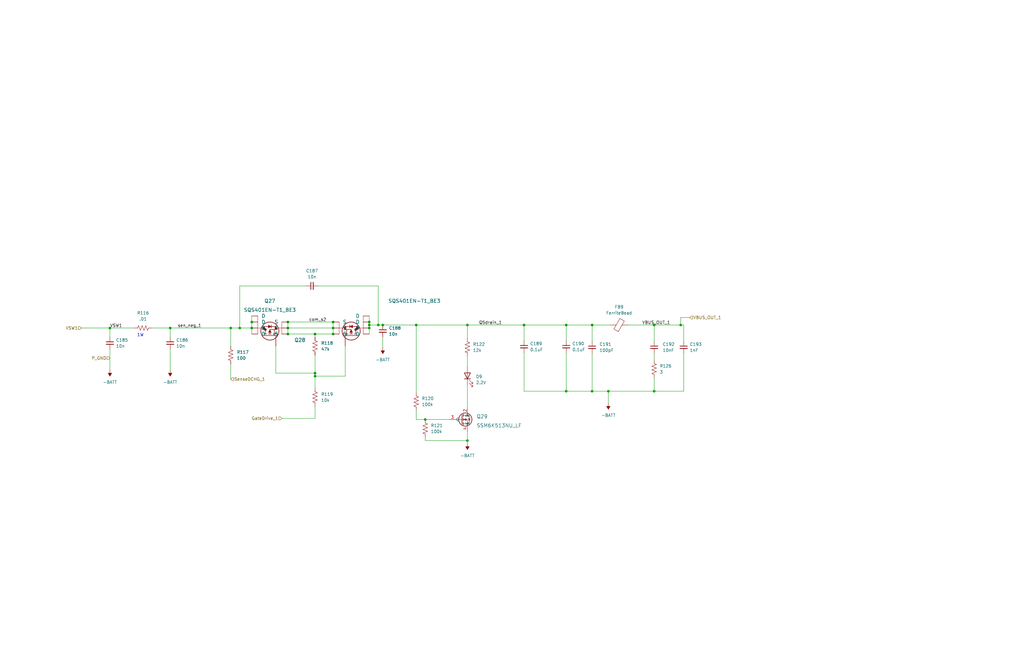
<source format=kicad_sch>
(kicad_sch (version 20230121) (generator eeschema)
  (paper "B")
  (lib_symbols
    (symbol "Device:C_Small" (pin_numbers hide) (pin_names (offset 0.254) hide)
      (property "Reference" "C" (at 0.254 1.778 0))
      (property "Value" "C_Small" (at 0.254 -2.032 0))
      (symbol "C_Small_0_1"
        (polyline (pts (xy -1.524 -0.508) (xy 1.524 -0.508)) (stroke (width 0.3302)))
        (polyline (pts (xy -1.524 0.508) (xy 1.524 0.508)) (stroke (width 0.3048)))
      )
      (symbol "C_Small_1_1"
        (pin passive line (at 0 2.54 270) (length 2.032) (name "~") (number "1"))
        (pin passive line (at 0 -2.54 90) (length 2.032) (name "~") (number "2"))
      )
    )
    (symbol "Device:FerriteBead" (pin_numbers hide) (pin_names (offset 0))
      (property "Reference" "FB" (at -3.81 0.635 90))
      (property "Value" "FerriteBead" (at 3.81 0 90))
      (symbol "FerriteBead_0_1"
        (polyline (pts (xy 0 -1.27) (xy 0 -1.2192)))
        (polyline (pts (xy 0 1.27) (xy 0 1.2954)))
        (polyline (pts (xy -2.7686 0.4064) (xy -1.7018 2.2606) (xy 2.7686 -0.3048) (xy 1.6764 -2.159) (xy -2.7686 0.4064)))
      )
      (symbol "FerriteBead_1_1"
        (pin passive line (at 0 3.81 270) (length 2.54) (name "~") (number "1"))
        (pin passive line (at 0 -3.81 90) (length 2.54) (name "~") (number "2"))
      )
    )
    (symbol "Device:LED" (pin_numbers hide) (pin_names (offset 1.016) hide)
      (property "Reference" "D" (at 0 2.54 0))
      (property "Value" "LED" (at 0 -2.54 0))
      (symbol "LED_0_1"
        (polyline (pts (xy -1.27 -1.27) (xy -1.27 1.27)) (stroke (width 0.254)))
        (polyline (pts (xy -1.27 0) (xy 1.27 0)))
        (polyline (pts (xy 1.27 -1.27) (xy 1.27 1.27) (xy -1.27 0) (xy 1.27 -1.27)) (stroke (width 0.254)))
        (polyline (pts (xy -3.048 -0.762) (xy -4.572 -2.286) (xy -3.81 -2.286) (xy -4.572 -2.286) (xy -4.572 -1.524)))
        (polyline (pts (xy -1.778 -0.762) (xy -3.302 -2.286) (xy -2.54 -2.286) (xy -3.302 -2.286) (xy -3.302 -1.524)))
      )
      (symbol "LED_1_1"
        (pin passive line (at -3.81 0 0) (length 2.54) (name "K") (number "1"))
        (pin passive line (at 3.81 0 180) (length 2.54) (name "A") (number "2"))
      )
    )
    (symbol "Device:R_US" (pin_numbers hide) (pin_names (offset 0))
      (property "Reference" "R" (at 2.54 0 90))
      (property "Value" "R_US" (at -2.54 0 90))
      (symbol "R_US_0_1"
        (polyline (pts (xy 0 -2.286) (xy 0 -2.54)))
        (polyline (pts (xy 0 2.286) (xy 0 2.54)))
        (polyline (pts (xy 0 -0.762) (xy 1.016 -1.143) (xy 0 -1.524) (xy -1.016 -1.905) (xy 0 -2.286)))
        (polyline (pts (xy 0 0.762) (xy 1.016 0.381) (xy 0 0) (xy -1.016 -0.381) (xy 0 -0.762)))
        (polyline (pts (xy 0 2.286) (xy 1.016 1.905) (xy 0 1.524) (xy -1.016 1.143) (xy 0 0.762)))
      )
      (symbol "R_US_1_1"
        (pin passive line (at 0 3.81 270) (length 1.27) (name "~") (number "1"))
        (pin passive line (at 0 -3.81 90) (length 1.27) (name "~") (number "2"))
      )
    )
    (symbol "Transistor_FET:SQS401EN-T1_BE3" (pin_numbers hide) (pin_names (offset 1.524))
      (property "Reference" "T" (at 16.51 -1.27 0))
      (property "Value" "SQS401EN-T1_BE3" (at 27.94 -7.62 0))
      (symbol "SQS401EN-T1_BE3_1_1"
        (polyline (pts (xy 2.54 0) (xy 4.445 0)) (stroke (width 0.2032)))
        (polyline (pts (xy 4.445 -5.08) (xy 4.445 0)) (stroke (width 0.2032)))
        (polyline (pts (xy 5.08 -7.62) (xy 12.7 -7.62)) (stroke (width 0.127)))
        (polyline (pts (xy 5.08 -5.08) (xy 5.08 -3.81)) (stroke (width 0.2032)))
        (polyline (pts (xy 5.08 -4.445) (xy 6.985 -4.445)) (stroke (width 0.2032)))
        (polyline (pts (xy 5.08 -3.175) (xy 5.08 -1.905)) (stroke (width 0.2032)))
        (polyline (pts (xy 5.08 -1.27) (xy 5.08 0)) (stroke (width 0.2032)))
        (polyline (pts (xy 5.08 -0.635) (xy 6.985 -0.635)) (stroke (width 0.2032)))
        (polyline (pts (xy 5.08 2.54) (xy 10.16 2.54)) (stroke (width 0.127)))
        (polyline (pts (xy 5.715 -2.54) (xy 5.08 -2.54)) (stroke (width 0.2032)))
        (polyline (pts (xy 6.985 -5.08) (xy 8.255 -5.08)) (stroke (width 0.2032)))
        (polyline (pts (xy 6.985 -4.445) (xy 6.985 -5.08)) (stroke (width 0.127)))
        (polyline (pts (xy 6.985 -0.635) (xy 6.985 -2.54)) (stroke (width 0.2032)))
        (polyline (pts (xy 6.985 -0.635) (xy 6.985 0)) (stroke (width 0.2032)))
        (polyline (pts (xy 6.985 0) (xy 8.255 0)) (stroke (width 0.2032)))
        (polyline (pts (xy 7.62 -7.62) (xy 7.62 -5.08)) (stroke (width 0.127)))
        (polyline (pts (xy 7.62 2.54) (xy 7.6454 0)) (stroke (width 0.127)))
        (polyline (pts (xy 8.255 -5.08) (xy 8.255 -3.175)) (stroke (width 0.2032)))
        (polyline (pts (xy 8.255 -1.905) (xy 8.255 0)) (stroke (width 0.2032)))
        (polyline (pts (xy 8.89 -1.905) (xy 7.62 -1.905)) (stroke (width 0.2032)))
        (polyline (pts (xy 5.715 -3.175) (xy 6.985 -2.54) (xy 5.715 -1.905) (xy 5.715 -3.175)) (stroke (width 0.0254)) (fill (type outline)))
        (polyline (pts (xy 8.89 -3.175) (xy 7.62 -3.175) (xy 8.255 -1.905) (xy 8.89 -3.175)) (stroke (width 0.0254)) (fill (type outline)))
        (circle (center 6.35 -2.54) (radius 3.81) (stroke (width 0.254)))
        (circle (center 6.985 -4.445) (radius 0.0254) (stroke (width 0.508)))
        (circle (center 7.62 -5.08) (radius 0.0254) (stroke (width 0.508)))
        (circle (center 7.62 0) (radius 0.0254) (stroke (width 0.508)))
        (pin unspecified line (at 5.08 5.08 270) (length 2.54) (name "S") (number "1"))
        (pin unspecified line (at 7.62 5.08 270) (length 2.54) (name "S") (number "2"))
        (pin unspecified line (at 10.16 5.08 270) (length 2.54) (name "S") (number "3"))
        (pin unspecified line (at 0 0 0) (length 2.54) (name "G") (number "4"))
        (pin unspecified line (at 5.08 -10.16 90) (length 2.54) (name "D") (number "5"))
        (pin unspecified line (at 7.62 -10.16 90) (length 2.54) (name "D") (number "6"))
        (pin unspecified line (at 10.16 -10.16 90) (length 2.54) (name "D") (number "7"))
        (pin unspecified line (at 12.7 -10.16 90) (length 2.54) (name "D") (number "8"))
      )
    )
    (symbol "Transistor_FET:SSM6K513NU_LF" (pin_names (offset 0.254))
      (property "Reference" "Q" (at 12.7 8.89 0))
      (property "Value" "SSM6K513NU_LF" (at 19.05 6.35 0))
      (symbol "SSM6K513NU_LF_0_1"
        (polyline (pts (xy 1.524 0) (xy -1.27 0)))
        (polyline (pts (xy 1.524 1.905) (xy 1.524 -1.905)) (stroke (width 0.254)))
        (polyline (pts (xy 2.032 -1.27) (xy 2.032 -2.286)) (stroke (width 0.254)))
        (polyline (pts (xy 2.032 0.508) (xy 2.032 -0.508)) (stroke (width 0.254)))
        (polyline (pts (xy 2.032 2.286) (xy 2.032 1.27)) (stroke (width 0.254)))
        (polyline (pts (xy 3.81 2.54) (xy 3.81 1.778)))
        (polyline (pts (xy 3.81 -2.54) (xy 3.81 0) (xy 2.032 0)))
        (polyline (pts (xy 2.032 -1.778) (xy 4.572 -1.778) (xy 4.572 1.778) (xy 2.032 1.778)))
        (polyline (pts (xy 2.286 0) (xy 3.302 0.381) (xy 3.302 -0.381) (xy 2.286 0)) (fill (type outline)))
        (polyline (pts (xy 4.064 0.508) (xy 4.191 0.381) (xy 4.953 0.381) (xy 5.08 0.254)))
        (polyline (pts (xy 4.572 0.381) (xy 4.191 -0.254) (xy 4.953 -0.254) (xy 4.572 0.381)))
        (circle (center 2.921 0) (radius 2.794) (stroke (width 0.254)))
        (circle (center 3.81 -1.778) (radius 0.254) (fill (type outline)))
        (circle (center 3.81 1.778) (radius 0.254) (fill (type outline)))
      )
      (symbol "SSM6K513NU_LF_1_1"
        (pin passive line (at 3.81 5.08 270) (length 2.54) hide (name "D") (number "1"))
        (pin passive line (at 3.81 5.08 270) (length 2.54) (name "D") (number "2"))
        (pin input line (at -3.81 0 0) (length 2.54) (name "G") (number "3"))
        (pin passive line (at 3.81 -5.08 90) (length 2.54) (name "S") (number "4"))
        (pin passive line (at 3.81 5.08 270) (length 2.54) hide (name "D") (number "5"))
        (pin passive line (at 3.81 5.08 270) (length 2.54) hide (name "D") (number "6"))
      )
    )
    (symbol "power:-BATT" (power) (pin_names (offset 0))
      (property "Value" "-BATT" (at 0 3.556 0))
      (symbol "-BATT_0_1"
        (polyline (pts (xy 0 0) (xy 0 2.54)))
        (polyline (pts (xy 0.762 1.27) (xy -0.762 1.27) (xy 0 2.54) (xy 0.762 1.27)) (fill (type outline)))
      )
      (symbol "-BATT_1_1"
        (pin power_in line (at 0 0 90) (length 0) hide (name "-BATT") (number "1"))
      )
    )
  )
  (junction (at 275.844 165.1))
  (junction (at 121.412 135.89))
  (junction (at 175.5089 137.16))
  (junction (at 106.172 135.89))
  (junction (at 161.417 137.16))
  (junction (at 220.98 137.16))
  (junction (at 238.76 165.1))
  (junction (at 106.172 138.43))
  (junction (at 179.324 177.038))
  (junction (at 121.412 140.97))
  (junction (at 155.702 135.89))
  (junction (at 249.682 165.1))
  (junction (at 155.702 138.43))
  (junction (at 132.842 158.75))
  (junction (at 140.462 135.89))
  (junction (at 46.355 138.43))
  (junction (at 249.682 137.16))
  (junction (at 140.462 138.43))
  (junction (at 132.842 140.97))
  (junction (at 155.702 137.16))
  (junction (at 197.104 137.16))
  (junction (at 256.54 165.1))
  (junction (at 287.02 137.16))
  (junction (at 275.844 137.16))
  (junction (at 159.512 137.16))
  (junction (at 140.462 140.97))
  (junction (at 121.412 138.43))
  (junction (at 132.842 157.48))
  (junction (at 101.092 138.43))
  (junction (at 71.755 138.43))
  (junction (at 197.104 185.928))
  (junction (at 97.282 138.43))
  (junction (at 238.76 137.16))
  (wire (pts (xy 175.5089 160.02) (xy 175.514 165.608)))
  (wire (pts (xy 256.54 165.1) (xy 256.54 170.18)))
  (wire (pts (xy 220.98 165.1) (xy 238.76 165.1)))
  (wire (pts (xy 238.76 165.1) (xy 249.682 165.1)))
  (wire (pts (xy 132.842 149.86) (xy 132.842 157.48)))
  (wire (pts (xy 249.682 165.1) (xy 256.54 165.1)))
  (wire (pts (xy 159.512 120.65) (xy 159.512 137.16)))
  (wire (pts (xy 132.842 157.48) (xy 132.842 158.75)))
  (wire (pts (xy 140.462 135.89) (xy 140.462 138.43)))
  (wire (pts (xy 275.844 144.018) (xy 275.844 137.16)))
  (wire (pts (xy 249.682 137.16) (xy 257.302 137.16)))
  (wire (pts (xy 101.092 138.43) (xy 106.172 138.43)))
  (wire (pts (xy 145.542 146.05) (xy 145.542 158.75)))
  (wire (pts (xy 101.092 120.65) (xy 101.092 138.43)))
  (wire (pts (xy 46.355 138.43) (xy 46.355 142.24)))
  (wire (pts (xy 56.515 138.43) (xy 46.355 138.43)))
  (wire (pts (xy 275.844 137.16) (xy 287.02 137.16)))
  (wire (pts (xy 116.332 146.05) (xy 116.332 157.48)))
  (wire (pts (xy 287.02 133.985) (xy 287.02 137.16)))
  (wire (pts (xy 275.844 159.512) (xy 275.844 165.1)))
  (wire (pts (xy 197.104 162.433) (xy 197.104 171.958)))
  (wire (pts (xy 140.462 138.43) (xy 140.462 140.97)))
  (wire (pts (xy 121.412 135.89) (xy 140.462 135.89)))
  (wire (pts (xy 175.514 177.038) (xy 179.324 177.038)))
  (wire (pts (xy 71.755 138.43) (xy 97.282 138.43)))
  (wire (pts (xy 121.412 138.43) (xy 121.412 140.97)))
  (wire (pts (xy 238.76 143.764) (xy 238.76 137.16)))
  (wire (pts (xy 121.412 138.43) (xy 140.462 138.43)))
  (wire (pts (xy 132.842 171.45) (xy 132.842 176.53)))
  (wire (pts (xy 290.83 133.985) (xy 287.02 133.985)))
  (wire (pts (xy 155.702 138.43) (xy 155.702 140.97)))
  (wire (pts (xy 97.282 146.05) (xy 97.282 138.43)))
  (wire (pts (xy 175.514 173.228) (xy 175.514 177.038)))
  (wire (pts (xy 288.29 137.16) (xy 287.02 137.16)))
  (wire (pts (xy 161.417 137.16) (xy 175.5089 137.16)))
  (wire (pts (xy 121.412 140.97) (xy 132.842 140.97)))
  (wire (pts (xy 132.842 140.97) (xy 132.842 142.24)))
  (wire (pts (xy 71.755 156.21) (xy 71.755 147.32)))
  (wire (pts (xy 155.702 137.16) (xy 159.512 137.16)))
  (wire (pts (xy 155.702 137.16) (xy 155.702 138.43)))
  (wire (pts (xy 249.682 149.098) (xy 249.682 165.1)))
  (wire (pts (xy 220.98 165.1) (xy 220.98 148.844)))
  (wire (pts (xy 159.512 137.16) (xy 161.417 137.16)))
  (wire (pts (xy 275.844 149.098) (xy 275.844 151.892)))
  (wire (pts (xy 34.29 138.43) (xy 46.355 138.43)))
  (wire (pts (xy 175.5089 137.16) (xy 197.104 137.16)))
  (wire (pts (xy 264.922 137.16) (xy 275.844 137.16)))
  (wire (pts (xy 179.324 184.658) (xy 179.324 185.928)))
  (wire (pts (xy 116.332 157.48) (xy 132.842 157.48)))
  (wire (pts (xy 134.112 120.65) (xy 159.512 120.65)))
  (wire (pts (xy 238.76 148.844) (xy 238.76 165.1)))
  (wire (pts (xy 256.54 165.1) (xy 275.844 165.1)))
  (wire (pts (xy 106.172 133.35) (xy 106.172 135.89)))
  (wire (pts (xy 197.104 137.16) (xy 197.104 142.748)))
  (wire (pts (xy 197.104 137.16) (xy 220.98 137.16)))
  (wire (pts (xy 121.412 135.89) (xy 121.412 138.43)))
  (wire (pts (xy 132.842 158.75) (xy 145.542 158.75)))
  (wire (pts (xy 64.135 138.43) (xy 71.755 138.43)))
  (wire (pts (xy 238.76 137.16) (xy 249.682 137.16)))
  (wire (pts (xy 197.104 150.368) (xy 197.104 154.813)))
  (wire (pts (xy 220.98 137.16) (xy 238.76 137.16)))
  (wire (pts (xy 97.282 138.43) (xy 101.092 138.43)))
  (wire (pts (xy 132.842 140.97) (xy 140.462 140.97)))
  (wire (pts (xy 179.324 177.038) (xy 189.484 177.038)))
  (wire (pts (xy 288.29 149.098) (xy 288.29 165.1)))
  (wire (pts (xy 275.844 165.1) (xy 288.29 165.1)))
  (wire (pts (xy 288.29 144.018) (xy 288.29 137.16)))
  (wire (pts (xy 155.702 135.89) (xy 155.702 137.16)))
  (wire (pts (xy 220.98 143.764) (xy 220.98 137.16)))
  (wire (pts (xy 175.5089 137.16) (xy 175.5089 160.02)))
  (wire (pts (xy 155.702 133.35) (xy 155.702 135.89)))
  (wire (pts (xy 118.872 176.53) (xy 132.842 176.53)))
  (wire (pts (xy 179.324 185.928) (xy 197.104 185.928)))
  (wire (pts (xy 161.417 146.7363) (xy 161.417 142.24)))
  (wire (pts (xy 132.842 158.75) (xy 132.842 163.83)))
  (wire (pts (xy 249.682 137.16) (xy 249.682 144.018)))
  (wire (pts (xy 97.282 160.02) (xy 97.282 153.67)))
  (wire (pts (xy 46.355 147.32) (xy 46.355 156.21)))
  (wire (pts (xy 197.104 182.118) (xy 197.104 185.928)))
  (wire (pts (xy 106.172 135.89) (xy 106.172 138.43)))
  (wire (pts (xy 106.172 138.43) (xy 106.172 140.97)))
  (wire (pts (xy 197.104 185.928) (xy 197.104 187.198)))
  (wire (pts (xy 71.755 142.24) (xy 71.755 138.43)))
  (wire (pts (xy 129.032 120.65) (xy 101.092 120.65)))
  (text "1W\n" (at 57.785 142.24 0) (effects (font (size 1.27 1.27)) (justify left bottom)))
  (label "VBUS_OUT_1" (at 270.764 137.16 0))
  (label "VSW1" (at 46.355 138.43 0))
  (label "sen_neg_1" (at 74.93 138.43 0))
  (label "Q5drain_1" (at 201.93 137.16 0))
  (label "com_s2" (at 130.302 135.89 0))
  (hierarchical_label "VBUS_OUT_1" (shape input) (at 290.83 133.985 0))
  (hierarchical_label "GateDrive_1" (shape input) (at 118.872 176.53 180))
  (hierarchical_label "SenseDCHG_1" (shape input) (at 97.282 160.02 0))
  (hierarchical_label "P_GND" (shape input) (at 46.355 151.13 180))
  (hierarchical_label "VSW1" (shape input) (at 34.29 138.43 180))
  (symbol (lib_id "power:-BATT") (at 46.355 156.21 180) (unit 1)
    (property "Reference" "#PWR098" (effects hide))
    (property "Value" "-BATT" (at 46.355 161.29 0))
  )
  (symbol (lib_id "Device:C_Small") (at 131.572 120.65 90) (unit 1)
    (property "Reference" "C187" (at 131.5783 114.3 90))
    (property "Value" "10n" (at 131.5783 116.84 90))
    (property "Footprint" "Capacitor_SMD:C_0603_1608Metric" (effects hide))
  )
  (symbol (lib_id "power:-BATT") (at 256.54 170.18 180) (unit 1)
    (property "Reference" "#PWR0220" (effects hide))
    (property "Value" "-BATT" (at 256.54 175.26 0))
  )
  (symbol (lib_id "Device:R_US") (at 132.842 167.64 0) (unit 1)
    (property "Reference" "R119" (at 135.382 166.3699 0) (effects (justify left)))
    (property "Value" "10k" (at 135.382 168.9099 0) (effects (justify left)))
    (property "Footprint" "Resistor_SMD:R_0402_1005Metric" (effects hide))
  )
  (symbol (lib_id "Device:C_Small") (at 288.29 146.558 0) (unit 1)
    (property "Reference" "C193" (at 290.83 145.2942 0) (effects (justify left)))
    (property "Value" "1nF" (at 290.83 147.8342 0) (effects (justify left)))
    (property "Footprint" "Capacitor_SMD:C_0402_1005Metric" (effects hide))
    (property "MFG" "Murata Electronics" (effects hide))
    (property "Part Name" "GCM1555C1H102GA16J" (effects hide))
  )
  (symbol (lib_id "power:-BATT") (at 161.417 146.7363 180) (unit 1)
    (property "Reference" "#PWR0100" (effects hide))
    (property "Value" "-BATT" (at 161.417 151.8163 0))
  )
  (symbol (lib_id "Device:LED") (at 197.104 158.623 90) (unit 1)
    (property "Reference" "D9" (at 200.66 158.9404 90) (effects (justify right)))
    (property "Value" "2.2V" (at 200.66 161.4804 90) (effects (justify right)))
    (property "Footprint" "Resistor_SMD:R_0805_2012Metric" (effects hide))
  )
  (symbol (lib_id "Device:C_Small") (at 46.355 144.78 0) (unit 1)
    (property "Reference" "C185" (at 48.895 143.5162 0) (effects (justify left)))
    (property "Value" "10n" (at 48.895 146.0562 0) (effects (justify left)))
    (property "Footprint" "Capacitor_SMD:C_0603_1608Metric" (effects hide))
  )
  (symbol (lib_id "Transistor_FET:SQS401EN-T1_BE3") (at 116.332 146.05 270) (mirror x) (unit 1)
    (property "Reference" "Q27" (at 113.792 127 90) (effects (font (size 1.524 1.524))))
    (property "Value" "SQS401EN-T1_BE3" (at 113.792 130.81 90) (effects (font (size 1.524 1.524))))
    (property "Footprint" "Transistor_Power_Module:SQS401EN-T1_BE3" (effects hide))
  )
  (symbol (lib_id "Device:R_US") (at 97.282 149.86 0) (unit 1)
    (property "Reference" "R117" (at 99.822 148.5899 0) (effects (justify left)))
    (property "Value" "100" (at 99.822 151.1299 0) (effects (justify left)))
    (property "Footprint" "Resistor_SMD:R_0805_2012Metric" (effects hide))
  )
  (symbol (lib_id "Device:C_Small") (at 249.682 146.558 0) (unit 1)
    (property "Reference" "C191" (at 252.73 145.2942 0) (effects (justify left)))
    (property "Value" "100pF" (at 252.73 147.8342 0) (effects (justify left)))
    (property "Footprint" "Capacitor_SMD:C_0402_1005Metric" (effects hide))
    (property "MFG" "Murata Electronics" (effects hide))
    (property "Part Name" "GRT1555C1H101JA02D" (effects hide))
  )
  (symbol (lib_id "Device:R_US") (at 60.325 138.43 90) (unit 1)
    (property "Reference" "R116" (at 60.325 132.08 90))
    (property "Value" ".01" (at 60.325 134.62 90))
    (property "Footprint" "Resistor_SMD:R_1206_3216Metric" (effects hide))
  )
  (symbol (lib_id "Device:R_US") (at 275.844 155.702 0) (unit 1)
    (property "Reference" "R126" (at 278.13 154.4319 0) (effects (justify left)))
    (property "Value" "3" (at 278.13 156.9719 0) (effects (justify left)))
    (property "Footprint" "Resistor_SMD:R_0603_1608Metric" (effects hide))
    (property "Part Name" "RT0603FRE073RL" (effects hide))
  )
  (symbol (lib_id "Transistor_FET:SSM6K513NU_LF") (at 193.294 177.038 0) (unit 1)
    (property "Reference" "Q29" (at 200.914 175.768 0) (effects (font (size 1.524 1.524)) (justify left)))
    (property "Value" "SSM6K513NU_LF" (at 200.914 179.578 0) (effects (font (size 1.524 1.524)) (justify left)))
    (property "Footprint" "Package_DFN_QFN:SSM6K513NU_LF" (effects hide))
  )
  (symbol (lib_id "Device:C_Small") (at 220.98 146.304 0) (unit 1)
    (property "Reference" "C189" (at 223.52 145.0402 0) (effects (justify left)))
    (property "Value" "0.1uF" (at 223.52 147.5802 0) (effects (justify left)))
    (property "Footprint" "Capacitor_SMD:C_0402_1005Metric" (effects hide))
    (property "MFG" "Murata Electronics" (effects hide))
    (property "Part Name" "GRM155R61H104ME14J" (effects hide))
    (property "MFG 2" "Yageo" (effects hide))
    (property "Part Name 2" "CC0402KRX5R9BB104" (effects hide))
  )
  (symbol (lib_id "Device:C_Small") (at 238.76 146.304 0) (unit 1)
    (property "Reference" "C190" (at 241.3 145.0402 0) (effects (justify left)))
    (property "Value" "0.1uF" (at 241.3 147.5802 0) (effects (justify left)))
    (property "Footprint" "Capacitor_SMD:C_0402_1005Metric" (effects hide))
    (property "MFG" "Murata Electronics" (effects hide))
    (property "Part Name" "GRM155R61H104ME14J" (effects hide))
    (property "MFG 2" "Yageo" (effects hide))
    (property "Part Name 2" "CC0402KRX5R9BB104" (effects hide))
  )
  (symbol (lib_id "Device:R_US") (at 179.324 180.848 0) (unit 1)
    (property "Reference" "R121" (at 181.61 179.5779 0) (effects (justify left)))
    (property "Value" "100k" (at 181.61 182.1179 0) (effects (justify left)))
    (property "Footprint" "Resistor_SMD:R_0402_1005Metric" (effects hide))
  )
  (symbol (lib_id "Device:C_Small") (at 275.844 146.558 0) (unit 1)
    (property "Reference" "C192" (at 279.4 145.2942 0) (effects (justify left)))
    (property "Value" "10nF" (at 279.4 147.8342 0) (effects (justify left)))
    (property "Footprint" "Capacitor_SMD:C_0402_1005Metric" (effects hide))
    (property "MFG" "Murata Electronics" (effects hide))
    (property "Part Name" "GRM1555CYA103GE01D" (effects hide))
  )
  (symbol (lib_id "power:-BATT") (at 71.755 156.21 180) (unit 1)
    (property "Reference" "#PWR099" (effects hide))
    (property "Value" "-BATT" (at 71.755 161.29 0))
  )
  (symbol (lib_id "Device:FerriteBead") (at 261.112 137.16 90) (unit 1)
    (property "Reference" "FB9" (at 261.0612 129.54 90))
    (property "Value" "FerriteBead" (at 261.0612 132.08 90))
    (property "Footprint" "Resistor_SMD:R_1210_3225Metric" (effects hide))
    (property "Part Name" "BLM31SN500SN1L" (effects hide))
    (property "MFG" "Murata" (effects hide))
  )
  (symbol (lib_id "Transistor_FET:SQS401EN-T1_BE3") (at 145.542 146.05 90) (unit 1)
    (property "Reference" "Q28" (at 126.492 143.51 90) (effects (font (size 1.524 1.524))))
    (property "Value" "SQS401EN-T1_BE3" (at 174.752 127 90) (effects (font (size 1.524 1.524))))
    (property "Footprint" "Transistor_Power_Module:SQS401EN-T1_BE3" (effects hide))
  )
  (symbol (lib_id "Device:C_Small") (at 71.755 144.78 0) (unit 1)
    (property "Reference" "C186" (at 74.295 143.5162 0) (effects (justify left)))
    (property "Value" "10n" (at 74.295 146.0562 0) (effects (justify left)))
    (property "Footprint" "Capacitor_SMD:C_0603_1608Metric" (effects hide))
  )
  (symbol (lib_id "Device:C_Small") (at 161.417 139.7 0) (unit 1)
    (property "Reference" "C188" (at 163.957 138.4362 0) (effects (justify left)))
    (property "Value" "10n" (at 163.957 140.9762 0) (effects (justify left)))
    (property "Footprint" "Capacitor_SMD:C_0603_1608Metric" (effects hide))
  )
  (symbol (lib_id "Device:R_US") (at 132.842 146.05 0) (unit 1)
    (property "Reference" "R118" (at 135.382 144.7799 0) (effects (justify left)))
    (property "Value" "47k" (at 135.382 147.3199 0) (effects (justify left)))
    (property "Footprint" "Resistor_SMD:R_0402_1005Metric" (effects hide))
  )
  (symbol (lib_id "Device:R_US") (at 197.104 146.558 0) (unit 1)
    (property "Reference" "R122" (at 199.39 145.2879 0) (effects (justify left)))
    (property "Value" "12k" (at 199.39 147.8279 0) (effects (justify left)))
    (property "Footprint" "Resistor_SMD:R_0805_2012Metric" (effects hide))
  )
  (symbol (lib_id "power:-BATT") (at 197.104 187.198 180) (unit 1)
    (property "Reference" "#PWR0170" (effects hide))
    (property "Value" "-BATT" (at 197.104 192.278 0))
  )
  (symbol (lib_id "Device:R_US") (at 175.514 169.418 0) (unit 1)
    (property "Reference" "R120" (at 177.8 168.1479 0) (effects (justify left)))
    (property "Value" "100k" (at 177.8 170.6879 0) (effects (justify left)))
    (property "Footprint" "Resistor_SMD:R_0402_1005Metric" (effects hide))
  )
)
</source>
